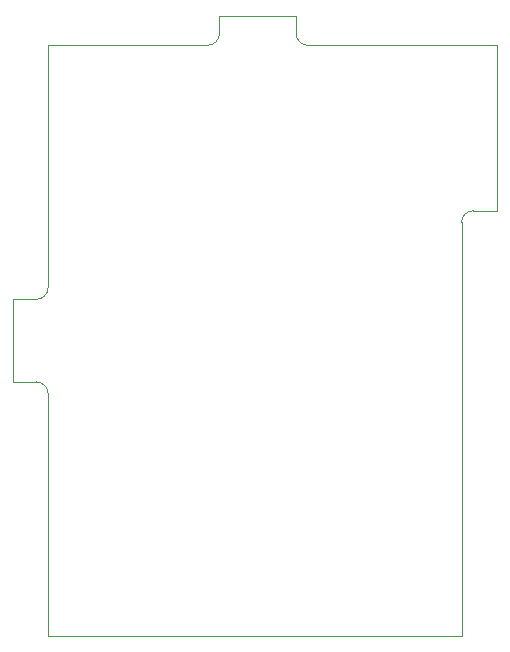
<source format=gbr>
%TF.GenerationSoftware,KiCad,Pcbnew,7.0.9-7.0.9~ubuntu22.04.1*%
%TF.CreationDate,2023-12-20T14:54:54+01:00*%
%TF.ProjectId,CoCo2VideoMod,436f436f-3256-4696-9465-6f4d6f642e6b,rev?*%
%TF.SameCoordinates,Original*%
%TF.FileFunction,Profile,NP*%
%FSLAX46Y46*%
G04 Gerber Fmt 4.6, Leading zero omitted, Abs format (unit mm)*
G04 Created by KiCad (PCBNEW 7.0.9-7.0.9~ubuntu22.04.1) date 2023-12-20 14:54:54*
%MOMM*%
%LPD*%
G01*
G04 APERTURE LIST*
%TA.AperFunction,Profile*%
%ADD10C,0.100000*%
%TD*%
G04 APERTURE END LIST*
D10*
X197000000Y-71500000D02*
X197000000Y-78500000D01*
X221000001Y-47500000D02*
X221000001Y-49000000D01*
X200000000Y-100000000D02*
X200000000Y-79500007D01*
X238000000Y-50000000D02*
X222000001Y-49999999D01*
X221000001Y-49000000D02*
G75*
G03*
X222000001Y-49999999I999999J0D01*
G01*
X197000000Y-78500000D02*
X199000000Y-78500007D01*
X214500000Y-49000000D02*
X214500000Y-47500000D01*
X199999993Y-79500007D02*
G75*
G03*
X199000000Y-78500007I-999993J7D01*
G01*
X236000000Y-64000000D02*
G75*
G03*
X235000000Y-65000000I0J-1000000D01*
G01*
X236000000Y-64000000D02*
X238000000Y-64000000D01*
X199000000Y-71500000D02*
X197000000Y-71500000D01*
X235000000Y-100000000D02*
X200000000Y-100000000D01*
X238000000Y-64000000D02*
X238000000Y-50000000D01*
X199000000Y-71500000D02*
G75*
G03*
X200000000Y-70500000I0J1000000D01*
G01*
X213500000Y-50000000D02*
G75*
G03*
X214500000Y-49000000I0J1000000D01*
G01*
X200000000Y-50000000D02*
X213500000Y-50000000D01*
X214500000Y-47500000D02*
X221000001Y-47500000D01*
X200000000Y-70500000D02*
X200000000Y-50000000D01*
X235000000Y-100000000D02*
X235000000Y-65000000D01*
M02*

</source>
